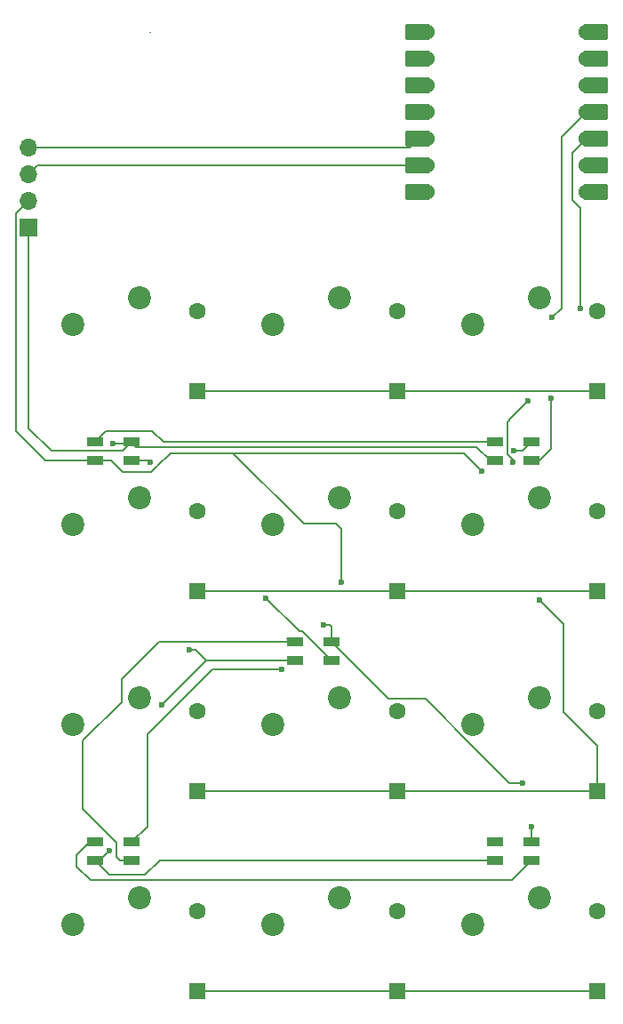
<source format=gbr>
%TF.GenerationSoftware,KiCad,Pcbnew,9.0.6*%
%TF.CreationDate,2026-01-12T21:07:24-05:00*%
%TF.ProjectId,BioPad,42696f50-6164-42e6-9b69-6361645f7063,rev?*%
%TF.SameCoordinates,Original*%
%TF.FileFunction,Copper,L1,Top*%
%TF.FilePolarity,Positive*%
%FSLAX46Y46*%
G04 Gerber Fmt 4.6, Leading zero omitted, Abs format (unit mm)*
G04 Created by KiCad (PCBNEW 9.0.6) date 2026-01-12 21:07:24*
%MOMM*%
%LPD*%
G01*
G04 APERTURE LIST*
G04 Aperture macros list*
%AMRoundRect*
0 Rectangle with rounded corners*
0 $1 Rounding radius*
0 $2 $3 $4 $5 $6 $7 $8 $9 X,Y pos of 4 corners*
0 Add a 4 corners polygon primitive as box body*
4,1,4,$2,$3,$4,$5,$6,$7,$8,$9,$2,$3,0*
0 Add four circle primitives for the rounded corners*
1,1,$1+$1,$2,$3*
1,1,$1+$1,$4,$5*
1,1,$1+$1,$6,$7*
1,1,$1+$1,$8,$9*
0 Add four rect primitives between the rounded corners*
20,1,$1+$1,$2,$3,$4,$5,0*
20,1,$1+$1,$4,$5,$6,$7,0*
20,1,$1+$1,$6,$7,$8,$9,0*
20,1,$1+$1,$8,$9,$2,$3,0*%
G04 Aperture macros list end*
%TA.AperFunction,ComponentPad*%
%ADD10C,2.200000*%
%TD*%
%TA.AperFunction,SMDPad,CuDef*%
%ADD11R,1.600000X0.850000*%
%TD*%
%TA.AperFunction,SMDPad,CuDef*%
%ADD12RoundRect,0.152400X1.063600X0.609600X-1.063600X0.609600X-1.063600X-0.609600X1.063600X-0.609600X0*%
%TD*%
%TA.AperFunction,ComponentPad*%
%ADD13C,1.524000*%
%TD*%
%TA.AperFunction,SMDPad,CuDef*%
%ADD14RoundRect,0.152400X-1.063600X-0.609600X1.063600X-0.609600X1.063600X0.609600X-1.063600X0.609600X0*%
%TD*%
%TA.AperFunction,ComponentPad*%
%ADD15R,1.700000X1.700000*%
%TD*%
%TA.AperFunction,ComponentPad*%
%ADD16O,1.700000X1.700000*%
%TD*%
%TA.AperFunction,ComponentPad*%
%ADD17RoundRect,0.250000X0.550000X-0.550000X0.550000X0.550000X-0.550000X0.550000X-0.550000X-0.550000X0*%
%TD*%
%TA.AperFunction,ComponentPad*%
%ADD18C,1.600000*%
%TD*%
%TA.AperFunction,ViaPad*%
%ADD19C,0.600000*%
%TD*%
%TA.AperFunction,Conductor*%
%ADD20C,0.200000*%
%TD*%
G04 APERTURE END LIST*
D10*
%TO.P,SW2,1,1*%
%TO.N,Net-(D10-A)*%
X185315000Y-94770000D03*
%TO.P,SW2,2,2*%
%TO.N,Col_1*%
X178965000Y-97310000D03*
%TD*%
%TO.P,SW1,1,1*%
%TO.N,Net-(D11-A)*%
X185315000Y-75720000D03*
%TO.P,SW1,2,2*%
%TO.N,Col_1*%
X178965000Y-78260000D03*
%TD*%
D11*
%TO.P,D16,1,DOUT*%
%TO.N,Net-(D16-DOUT)*%
X181029000Y-127550000D03*
%TO.P,D16,2,VSS*%
%TO.N,GND*%
X181029000Y-129300000D03*
%TO.P,D16,3,DIN*%
%TO.N,Net-(D15-DOUT)*%
X184529000Y-129300000D03*
%TO.P,D16,4,VDD*%
%TO.N,+5V*%
X184529000Y-127550000D03*
%TD*%
%TO.P,D17,1,DOUT*%
%TO.N,unconnected-(D17-DOUT-Pad1)*%
X219129000Y-127550000D03*
%TO.P,D17,2,VSS*%
%TO.N,GND*%
X219129000Y-129300000D03*
%TO.P,D17,3,DIN*%
%TO.N,Net-(D16-DOUT)*%
X222629000Y-129300000D03*
%TO.P,D17,4,VDD*%
%TO.N,+5V*%
X222629000Y-127550000D03*
%TD*%
%TO.P,D14,1,DOUT*%
%TO.N,Net-(D14-DOUT)*%
X184524999Y-91200000D03*
%TO.P,D14,2,VSS*%
%TO.N,GND*%
X184524999Y-89450000D03*
%TO.P,D14,3,DIN*%
%TO.N,Net-(D1-DOUT)*%
X181025001Y-89450000D03*
%TO.P,D14,4,VDD*%
%TO.N,+5V*%
X181025001Y-91200000D03*
%TD*%
%TO.P,D15,1,DOUT*%
%TO.N,Net-(D15-DOUT)*%
X200075000Y-108500000D03*
%TO.P,D15,2,VSS*%
%TO.N,GND*%
X200075000Y-110250000D03*
%TO.P,D15,3,DIN*%
%TO.N,Net-(D14-DOUT)*%
X203575000Y-110250000D03*
%TO.P,D15,4,VDD*%
%TO.N,+5V*%
X203575000Y-108500000D03*
%TD*%
%TO.P,D1,1,DOUT*%
%TO.N,Net-(D1-DOUT)*%
X219125000Y-89450000D03*
%TO.P,D1,2,VSS*%
%TO.N,GND*%
X219125000Y-91200000D03*
%TO.P,D1,3,DIN*%
%TO.N,NeoPixel_Input*%
X222625000Y-91200000D03*
%TO.P,D1,4,VDD*%
%TO.N,+5V*%
X222625000Y-89450000D03*
%TD*%
D10*
%TO.P,SW10,1,1*%
%TO.N,Net-(D8-A)*%
X223415000Y-94770000D03*
%TO.P,SW10,2,2*%
%TO.N,Col_3*%
X217065000Y-97310000D03*
%TD*%
D12*
%TO.P,U1,1,GPIO26/ADC0/A0*%
%TO.N,Col_1*%
X211800000Y-50405000D03*
D13*
X212635000Y-50405000D03*
D12*
%TO.P,U1,2,GPIO27/ADC1/A1*%
%TO.N,Col_2*%
X211800000Y-52945000D03*
D13*
X212635000Y-52945000D03*
D12*
%TO.P,U1,3,GPIO28/ADC2/A2*%
%TO.N,Col_3*%
X211800000Y-55485000D03*
D13*
X212635000Y-55485000D03*
D12*
%TO.P,U1,4,GPIO29/ADC3/A3*%
%TO.N,Row_1*%
X211800000Y-58025000D03*
D13*
X212635000Y-58025000D03*
D12*
%TO.P,U1,5,GPIO6/SDA*%
%TO.N,SDA*%
X211800000Y-60565000D03*
D13*
X212635000Y-60565000D03*
D12*
%TO.P,U1,6,GPIO7/SCL*%
%TO.N,SCL*%
X211800000Y-63105000D03*
D13*
X212635000Y-63105000D03*
D12*
%TO.P,U1,7,GPIO0/TX*%
%TO.N,Row_4*%
X211800000Y-65645000D03*
D13*
X212635000Y-65645000D03*
%TO.P,U1,8,GPIO1/RX*%
%TO.N,unconnected-(U1-GPIO1{slash}RX-Pad8)*%
X227875000Y-65645000D03*
D14*
X228710000Y-65645000D03*
D13*
%TO.P,U1,9,GPIO2/SCK*%
%TO.N,Row_3*%
X227875000Y-63105000D03*
D14*
X228710000Y-63105000D03*
D13*
%TO.P,U1,10,GPIO4/MISO*%
%TO.N,Row_2*%
X227875000Y-60565000D03*
D14*
X228710000Y-60565000D03*
D13*
%TO.P,U1,11,GPIO3/MOSI*%
%TO.N,NeoPixel_Input*%
X227875000Y-58025000D03*
D14*
X228710000Y-58025000D03*
D13*
%TO.P,U1,12,3V3*%
%TO.N,unconnected-(U1-3V3-Pad12)*%
X227875000Y-55485000D03*
D14*
X228710000Y-55485000D03*
D13*
%TO.P,U1,13,GND*%
%TO.N,GND*%
X227875000Y-52945000D03*
D14*
X228710000Y-52945000D03*
D13*
%TO.P,U1,14,VBUS*%
%TO.N,+5V*%
X227875000Y-50405000D03*
D14*
X228710000Y-50405000D03*
%TD*%
D10*
%TO.P,SW11,1,1*%
%TO.N,Net-(D7-A)*%
X223415000Y-113820000D03*
%TO.P,SW11,2,2*%
%TO.N,Col_3*%
X217065000Y-116360000D03*
%TD*%
D15*
%TO.P,J1,1,Pin_1*%
%TO.N,GND*%
X174725000Y-69005000D03*
D16*
%TO.P,J1,2,Pin_2*%
%TO.N,+5V*%
X174725000Y-66464999D03*
%TO.P,J1,3,Pin_3*%
%TO.N,SCL*%
X174725000Y-63925000D03*
%TO.P,J1,4,Pin_4*%
%TO.N,SDA*%
X174725000Y-61385000D03*
%TD*%
D10*
%TO.P,SW9,1,1*%
%TO.N,Net-(D13-A)*%
X223415000Y-75720000D03*
%TO.P,SW9,2,2*%
%TO.N,Col_3*%
X217065000Y-78260000D03*
%TD*%
%TO.P,SW6,1,1*%
%TO.N,Net-(D9-A)*%
X204365000Y-94770000D03*
%TO.P,SW6,2,2*%
%TO.N,Col_2*%
X198015000Y-97310000D03*
%TD*%
%TO.P,SW8,1,1*%
%TO.N,Net-(D3-A)*%
X204369000Y-132870000D03*
%TO.P,SW8,2,2*%
%TO.N,Col_2*%
X198019000Y-135410000D03*
%TD*%
%TO.P,SW12,1,1*%
%TO.N,Net-(D2-A)*%
X223419000Y-132870000D03*
%TO.P,SW12,2,2*%
%TO.N,Col_3*%
X217069000Y-135410000D03*
%TD*%
%TO.P,SW7,1,1*%
%TO.N,Net-(D6-A)*%
X204365000Y-113820000D03*
%TO.P,SW7,2,2*%
%TO.N,Col_2*%
X198015000Y-116360000D03*
%TD*%
%TO.P,SW5,1,1*%
%TO.N,Net-(D12-A)*%
X204365000Y-75720000D03*
%TO.P,SW5,2,2*%
%TO.N,Col_2*%
X198015000Y-78260000D03*
%TD*%
%TO.P,SW4,1,1*%
%TO.N,Net-(D4-A)*%
X185319000Y-132870000D03*
%TO.P,SW4,2,2*%
%TO.N,Col_1*%
X178969000Y-135410000D03*
%TD*%
%TO.P,SW3,1,1*%
%TO.N,Net-(D5-A)*%
X185315000Y-113820000D03*
%TO.P,SW3,2,2*%
%TO.N,Col_1*%
X178965000Y-116360000D03*
%TD*%
D17*
%TO.P,D7,1,K*%
%TO.N,Row_3*%
X228900000Y-122710000D03*
D18*
%TO.P,D7,2,A*%
%TO.N,Net-(D7-A)*%
X228900000Y-115090000D03*
%TD*%
D17*
%TO.P,D6,1,K*%
%TO.N,Row_3*%
X209850000Y-122710000D03*
D18*
%TO.P,D6,2,A*%
%TO.N,Net-(D6-A)*%
X209850000Y-115090000D03*
%TD*%
D17*
%TO.P,D4,1,K*%
%TO.N,Row_4*%
X190804000Y-141760000D03*
D18*
%TO.P,D4,2,A*%
%TO.N,Net-(D4-A)*%
X190804000Y-134140000D03*
%TD*%
D17*
%TO.P,D9,1,K*%
%TO.N,Row_2*%
X209850000Y-103660000D03*
D18*
%TO.P,D9,2,A*%
%TO.N,Net-(D9-A)*%
X209850000Y-96040000D03*
%TD*%
D17*
%TO.P,D10,1,K*%
%TO.N,Row_2*%
X190800000Y-103660000D03*
D18*
%TO.P,D10,2,A*%
%TO.N,Net-(D10-A)*%
X190800000Y-96040000D03*
%TD*%
D17*
%TO.P,D5,1,K*%
%TO.N,Row_3*%
X190800000Y-122710000D03*
D18*
%TO.P,D5,2,A*%
%TO.N,Net-(D5-A)*%
X190800000Y-115090000D03*
%TD*%
D17*
%TO.P,D3,1,K*%
%TO.N,Row_4*%
X209854000Y-141760000D03*
D18*
%TO.P,D3,2,A*%
%TO.N,Net-(D3-A)*%
X209854000Y-134140000D03*
%TD*%
D17*
%TO.P,D2,1,K*%
%TO.N,Row_4*%
X228904000Y-141760000D03*
D18*
%TO.P,D2,2,A*%
%TO.N,Net-(D2-A)*%
X228904000Y-134140000D03*
%TD*%
D17*
%TO.P,D13,1,K*%
%TO.N,Row_1*%
X228900000Y-84610000D03*
D18*
%TO.P,D13,2,A*%
%TO.N,Net-(D13-A)*%
X228900000Y-76990000D03*
%TD*%
D17*
%TO.P,D8,1,K*%
%TO.N,Row_2*%
X228900000Y-103660000D03*
D18*
%TO.P,D8,2,A*%
%TO.N,Net-(D8-A)*%
X228900000Y-96040000D03*
%TD*%
D17*
%TO.P,D11,1,K*%
%TO.N,Row_1*%
X190800000Y-84610000D03*
D18*
%TO.P,D11,2,A*%
%TO.N,Net-(D11-A)*%
X190800000Y-76990000D03*
%TD*%
D17*
%TO.P,D12,1,K*%
%TO.N,Row_1*%
X209850000Y-84610000D03*
D18*
%TO.P,D12,2,A*%
%TO.N,Net-(D12-A)*%
X209850000Y-76990000D03*
%TD*%
D19*
%TO.N,GND*%
X190000000Y-109200000D03*
X182700000Y-89600000D03*
X182400000Y-128400000D03*
X187400000Y-114500000D03*
%TO.N,+5V*%
X198800000Y-111100000D03*
X221800000Y-121900000D03*
X222600000Y-126100000D03*
X217900000Y-92200000D03*
X220900000Y-90300000D03*
X204500000Y-102800000D03*
X202800000Y-106900000D03*
%TO.N,NeoPixel_Input*%
X224600000Y-77600000D03*
X224500000Y-85300000D03*
%TO.N,Row_3*%
X223400000Y-104500000D03*
X222300000Y-85500000D03*
X220800000Y-91400000D03*
%TO.N,Row_2*%
X227300000Y-76700000D03*
%TO.N,Net-(D14-DOUT)*%
X186300000Y-91400000D03*
X197300000Y-104300000D03*
%TD*%
D20*
%TO.N,Net-(D1-DOUT)*%
X182075001Y-88400000D02*
X181025001Y-89450000D01*
X219125000Y-89450000D02*
X187550000Y-89450000D01*
X187550000Y-89450000D02*
X186500000Y-88400000D01*
X186500000Y-88400000D02*
X182075001Y-88400000D01*
%TO.N,GND*%
X181029000Y-129300000D02*
X181500000Y-129300000D01*
X219125000Y-91200000D02*
X218700000Y-91200000D01*
X191650000Y-110250000D02*
X200075000Y-110250000D01*
X176900000Y-90300000D02*
X183674999Y-90300000D01*
X184374999Y-89600000D02*
X184524999Y-89450000D01*
X217400000Y-89900000D02*
X184974999Y-89900000D01*
X190600000Y-109200000D02*
X190000000Y-109200000D01*
X181500000Y-129300000D02*
X182400000Y-128400000D01*
X184974999Y-89900000D02*
X184524999Y-89450000D01*
X191650000Y-110250000D02*
X190600000Y-109200000D01*
X187200000Y-129300000D02*
X185800000Y-130700000D01*
X182700000Y-89600000D02*
X184374999Y-89600000D01*
X174725000Y-69005000D02*
X174725000Y-88125000D01*
X185800000Y-130700000D02*
X182429000Y-130700000D01*
X183674999Y-90300000D02*
X184524999Y-89450000D01*
X182429000Y-130700000D02*
X181029000Y-129300000D01*
X219129000Y-129300000D02*
X187200000Y-129300000D01*
X218700000Y-91200000D02*
X217400000Y-89900000D01*
X187400000Y-114500000D02*
X191650000Y-110250000D01*
X174725000Y-88125000D02*
X176900000Y-90300000D01*
%TO.N,+5V*%
X174725000Y-66464999D02*
X173500000Y-67689999D01*
X176300000Y-91200000D02*
X181025001Y-91200000D01*
X203400000Y-106900000D02*
X203575000Y-107075000D01*
X220900000Y-90300000D02*
X221775000Y-90300000D01*
X221775000Y-90300000D02*
X222625000Y-89450000D01*
X222600000Y-126100000D02*
X222600000Y-127521000D01*
X187000000Y-91700000D02*
X188200000Y-90500000D01*
X173500000Y-88400000D02*
X176300000Y-91200000D01*
X194200000Y-90500000D02*
X216200000Y-90500000D01*
X217300000Y-118700000D02*
X220500000Y-121900000D01*
X204000000Y-97200000D02*
X204500000Y-97700000D01*
X204500000Y-97700000D02*
X204500000Y-102800000D01*
X202800000Y-106900000D02*
X203400000Y-106900000D01*
X182600000Y-91200000D02*
X183700000Y-92300000D01*
X186000000Y-117300000D02*
X192200000Y-111100000D01*
X186400000Y-92300000D02*
X187000000Y-91700000D01*
X210000000Y-113900000D02*
X212500000Y-113900000D01*
X203575000Y-107075000D02*
X203575000Y-108500000D01*
X208975000Y-113900000D02*
X210000000Y-113900000D01*
X186000000Y-126079000D02*
X186000000Y-117300000D01*
X203575000Y-108500000D02*
X208975000Y-113900000D01*
X220500000Y-121900000D02*
X221800000Y-121900000D01*
X183700000Y-92300000D02*
X186400000Y-92300000D01*
X192200000Y-111100000D02*
X192900000Y-111100000D01*
X181025001Y-91200000D02*
X182600000Y-91200000D01*
X192900000Y-111100000D02*
X198800000Y-111100000D01*
X188200000Y-90500000D02*
X194200000Y-90500000D01*
X222600000Y-127521000D02*
X222629000Y-127550000D01*
X194200000Y-90500000D02*
X200900000Y-97200000D01*
X173500000Y-67689999D02*
X173500000Y-88400000D01*
X222625000Y-89450000D02*
X222900000Y-89450000D01*
X212500000Y-113900000D02*
X217300000Y-118700000D01*
X216200000Y-90500000D02*
X217900000Y-92200000D01*
X174725000Y-66464999D02*
X174725000Y-65855000D01*
X184529000Y-127550000D02*
X186000000Y-126079000D01*
X200900000Y-97200000D02*
X204000000Y-97200000D01*
%TO.N,NeoPixel_Input*%
X225500000Y-76700000D02*
X225500000Y-60400000D01*
X223400000Y-91200000D02*
X224500000Y-90100000D01*
X225500000Y-60400000D02*
X227875000Y-58025000D01*
X224500000Y-90100000D02*
X224500000Y-85300000D01*
X222625000Y-91200000D02*
X223400000Y-91200000D01*
X224600000Y-77600000D02*
X225500000Y-76700000D01*
%TO.N,Row_4*%
X209854000Y-141760000D02*
X190804000Y-141760000D01*
X228904000Y-141760000D02*
X209854000Y-141760000D01*
%TO.N,Row_3*%
X220800000Y-91400000D02*
X220800000Y-91100000D01*
X220500000Y-87300000D02*
X222300000Y-85500000D01*
X220300000Y-87600000D02*
X220500000Y-87400000D01*
X220500000Y-87400000D02*
X220500000Y-87300000D01*
X228900000Y-118400000D02*
X225700000Y-115200000D01*
X190800000Y-122710000D02*
X209850000Y-122710000D01*
X209850000Y-122710000D02*
X228900000Y-122710000D01*
X225700000Y-115200000D02*
X225700000Y-106800000D01*
X220300000Y-90600000D02*
X220300000Y-87600000D01*
X228900000Y-122710000D02*
X228900000Y-118400000D01*
X220800000Y-91100000D02*
X220300000Y-90600000D01*
X225700000Y-106800000D02*
X223400000Y-104500000D01*
%TO.N,Row_2*%
X227300000Y-67200000D02*
X226500000Y-66400000D01*
X209850000Y-103660000D02*
X228900000Y-103660000D01*
X227300000Y-76700000D02*
X227300000Y-67200000D01*
X190800000Y-103660000D02*
X209850000Y-103660000D01*
X226500000Y-61940000D02*
X227875000Y-60565000D01*
X226500000Y-66400000D02*
X226500000Y-61940000D01*
X227875000Y-60565000D02*
X228710000Y-60565000D01*
%TO.N,Row_1*%
X209850000Y-84610000D02*
X228900000Y-84610000D01*
X190800000Y-84610000D02*
X209850000Y-84610000D01*
%TO.N,Net-(D14-DOUT)*%
X200500000Y-107500000D02*
X200800000Y-107500000D01*
X186100000Y-91200000D02*
X186300000Y-91400000D01*
X200800000Y-107500000D02*
X203550000Y-110250000D01*
X203550000Y-110250000D02*
X203575000Y-110250000D01*
X184524999Y-91200000D02*
X186100000Y-91200000D01*
X197300000Y-104300000D02*
X200500000Y-107500000D01*
%TO.N,Net-(D15-DOUT)*%
X199325000Y-108100000D02*
X199950000Y-108100000D01*
X179900000Y-124400000D02*
X183100000Y-127600000D01*
X183600000Y-114200000D02*
X179900000Y-117900000D01*
X183400000Y-129300000D02*
X184529000Y-129300000D01*
X200075000Y-108500000D02*
X187100000Y-108500000D01*
X183100000Y-129000000D02*
X183400000Y-129300000D01*
X183600000Y-112000000D02*
X183600000Y-114200000D01*
X183100000Y-127600000D02*
X183100000Y-129000000D01*
X187100000Y-108500000D02*
X183600000Y-112000000D01*
X179900000Y-117900000D02*
X179900000Y-124400000D01*
%TO.N,SDA*%
X174725000Y-61385000D02*
X210980000Y-61385000D01*
X210980000Y-61385000D02*
X211800000Y-60565000D01*
%TO.N,SCL*%
X211800000Y-63105000D02*
X175545000Y-63105000D01*
X175545000Y-63105000D02*
X174725000Y-63925000D01*
%TO.N,Net-(D16-DOUT)*%
X180550000Y-127550000D02*
X179300000Y-128800000D01*
X179300000Y-129900000D02*
X180600000Y-131200000D01*
X220729000Y-131200000D02*
X222629000Y-129300000D01*
X179300000Y-128800000D02*
X179300000Y-129900000D01*
X181029000Y-127550000D02*
X180550000Y-127550000D01*
X180600000Y-131200000D02*
X220729000Y-131200000D01*
%TO.N,Col_1*%
X186305000Y-50405000D02*
X186300000Y-50400000D01*
%TD*%
M02*

</source>
